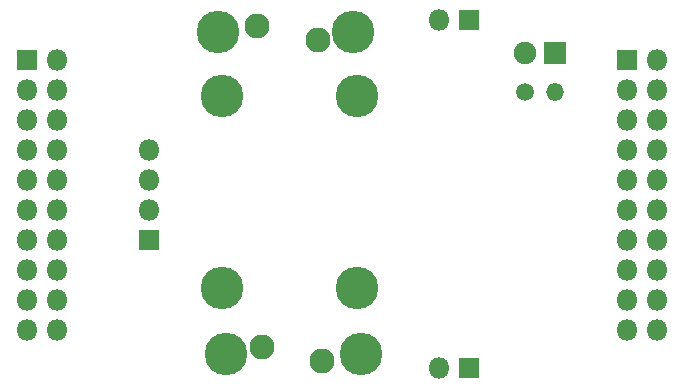
<source format=gbr>
%TF.GenerationSoftware,KiCad,Pcbnew,(5.1.6)-1*%
%TF.CreationDate,2020-06-16T18:43:17+01:00*%
%TF.ProjectId,peltier_driver_pcb,70656c74-6965-4725-9f64-72697665725f,rev?*%
%TF.SameCoordinates,Original*%
%TF.FileFunction,Soldermask,Bot*%
%TF.FilePolarity,Negative*%
%FSLAX46Y46*%
G04 Gerber Fmt 4.6, Leading zero omitted, Abs format (unit mm)*
G04 Created by KiCad (PCBNEW (5.1.6)-1) date 2020-06-16 18:43:17*
%MOMM*%
%LPD*%
G01*
G04 APERTURE LIST*
%ADD10O,1.800000X1.800000*%
%ADD11R,1.800000X1.800000*%
%ADD12C,2.110000*%
%ADD13C,3.600000*%
%ADD14C,1.500000*%
%ADD15O,1.500000X1.500000*%
%ADD16R,1.900000X1.900000*%
%ADD17C,1.900000*%
G04 APERTURE END LIST*
D10*
%TO.C,U1*%
X120298000Y-66246000D03*
X120298000Y-68786000D03*
X120298000Y-71326000D03*
D11*
X120298000Y-73866000D03*
%TD*%
D10*
%TO.C,J3*%
X144814000Y-84714000D03*
D11*
X147354000Y-84714000D03*
%TD*%
%TO.C,J10*%
X147354000Y-55250000D03*
D10*
X144814000Y-55250000D03*
%TD*%
D11*
%TO.C,J9*%
X109960000Y-58640000D03*
D10*
X112500000Y-58640000D03*
X109960000Y-61180000D03*
X112500000Y-61180000D03*
X109960000Y-63720000D03*
X112500000Y-63720000D03*
X109960000Y-66260000D03*
X112500000Y-66260000D03*
X109960000Y-68800000D03*
X112500000Y-68800000D03*
X109960000Y-71340000D03*
X112500000Y-71340000D03*
X109960000Y-73880000D03*
X112500000Y-73880000D03*
X109960000Y-76420000D03*
X112500000Y-76420000D03*
X109960000Y-78960000D03*
X112500000Y-78960000D03*
X109960000Y-81500000D03*
X112500000Y-81500000D03*
%TD*%
D12*
%TO.C,F1*%
X129466000Y-55736000D03*
X134566000Y-56936000D03*
%TD*%
%TO.C,F6*%
X134947000Y-84114000D03*
X129847000Y-82914000D03*
%TD*%
D13*
%TO.C,J1*%
X137594000Y-56244000D03*
%TD*%
%TO.C,J2*%
X126164000Y-56244000D03*
%TD*%
%TO.C,J4*%
X126470000Y-61688000D03*
%TD*%
%TO.C,J5*%
X137900000Y-61688000D03*
%TD*%
%TO.C,J21*%
X138229000Y-83549000D03*
%TD*%
%TO.C,J22*%
X126799000Y-83549000D03*
%TD*%
%TO.C,J25*%
X137900000Y-77944000D03*
%TD*%
%TO.C,J28*%
X126470000Y-77944000D03*
%TD*%
D11*
%TO.C,J6*%
X160760000Y-58640000D03*
D10*
X163300000Y-58640000D03*
X160760000Y-61180000D03*
X163300000Y-61180000D03*
X160760000Y-63720000D03*
X163300000Y-63720000D03*
X160760000Y-66260000D03*
X163300000Y-66260000D03*
X160760000Y-68800000D03*
X163300000Y-68800000D03*
X160760000Y-71340000D03*
X163300000Y-71340000D03*
X160760000Y-73880000D03*
X163300000Y-73880000D03*
X160760000Y-76420000D03*
X163300000Y-76420000D03*
X160760000Y-78960000D03*
X163300000Y-78960000D03*
X160760000Y-81500000D03*
X163300000Y-81500000D03*
%TD*%
D14*
%TO.C,R10*%
X152156000Y-61346000D03*
D15*
X154696000Y-61346000D03*
%TD*%
D16*
%TO.C,D1*%
X154690000Y-58000000D03*
D17*
X152150000Y-58000000D03*
%TD*%
M02*

</source>
